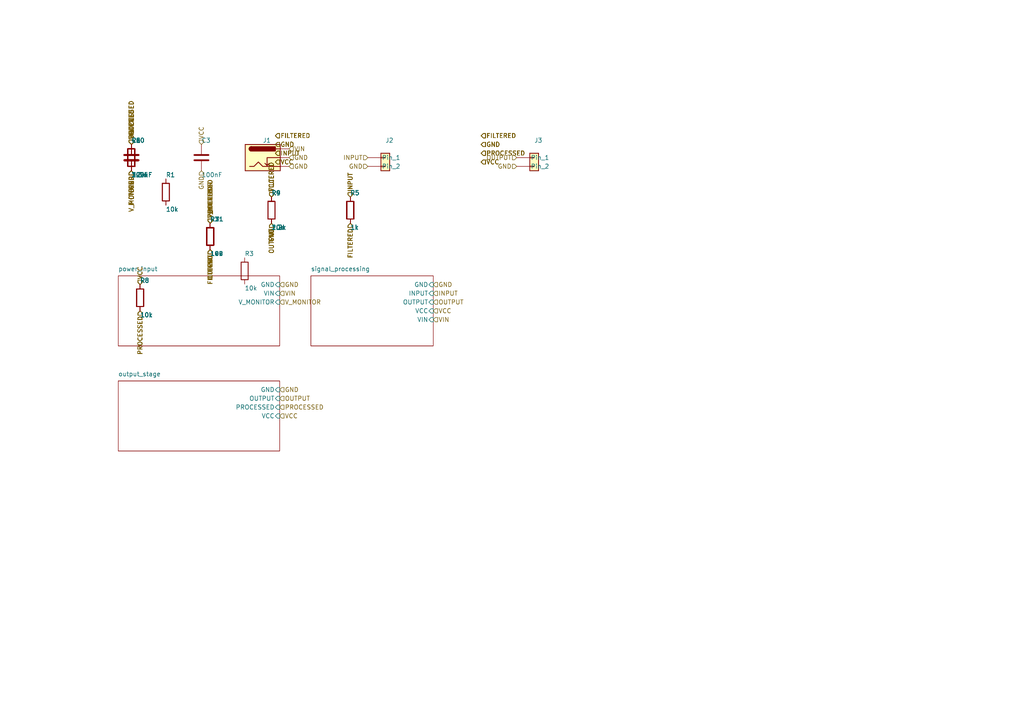
<source format=kicad_sch>
(kicad_sch (version 20250114) (generator "kicad_api") (generator_version "9.0")
  (paper "A4")
  (lib_symbols
    (symbol "Connector:Barrel_Jack_Switch" (pin_numbers hide) (pin_names (offset 0.254))
      (property "Reference" "J" (at 0 0 0))
      (property "Value" "Barrel_Jack_Switch" (at 0 -2.54 0))
      (symbol "Barrel_Jack_Switch_0_1"
        (rectangle (start -5.08 3.81) (end 5.08 -3.81) (stroke (width 0.254)) (fill (type background)))
        (polyline (pts (xy -3.81 -2.54) (xy -2.54 -2.54) (xy -1.27 -1.27) (xy 0.0 -2.54) (xy 2.54 -2.54) (xy 5.08 -2.54)) (stroke (width 0.254)))
        (arc (start -3.302 1.905) (mid -3.9343 2.54) (end -3.302 3.175) (stroke (width 0.254)))
        (arc (start -3.302 1.905) (mid -3.9343 2.54) (end -3.302 3.175) (stroke (width 0.254)) (fill (type outline)))
        (polyline (pts (xy 1.27 -2.286) (xy 1.905 -1.651)) (stroke (width 0.254)))
        (rectangle (start 3.683 3.175) (end -3.302 1.905) (stroke (width 0.254)) (fill (type outline)))
        (polyline (pts (xy 5.08 2.54) (xy 3.81 2.54)) (stroke (width 0.254)))
        (polyline (pts (xy 5.08 0.0) (xy 1.27 0.0) (xy 1.27 -2.286) (xy 0.635 -1.651)) (stroke (width 0.254)))
      )
      (symbol "Barrel_Jack_Switch_1_1"
        (pin passive line (at 7.62 2.54 180.0) (length 2.54) (name ~) (number "1"))
        (pin passive line (at 7.62 0.0 180.0) (length 2.54) (name ~) (number "3"))
        (pin passive line (at 7.62 -2.54 180.0) (length 2.54) (name ~) (number "2"))
      )
    )
    (symbol "Connector_Generic:Conn_01x02" (pin_numbers hide) (pin_names (offset 0.254))
      (property "Reference" "J" (at 0 0 0))
      (property "Value" "Conn_01x02" (at 0 -2.54 0))
      (symbol "Conn_01x02_0_1"
        (rectangle (start -1.27 1.27) (end 1.27 -3.81) (stroke (width 0.254)) (fill (type background)))
        (rectangle (start -1.27 0.127) (end 0.0 -0.127) (stroke (width 0.1524)))
        (rectangle (start -1.27 -2.413) (end 0.0 -2.667) (stroke (width 0.1524)))
      )
      (symbol "Conn_01x02_1_1"
        (pin passive line (at -5.08 0.0 0.0) (length 3.81) (name Pin_1) (number "1"))
        (pin passive line (at -5.08 -2.54 0.0) (length 3.81) (name Pin_2) (number "2"))
      )
    )
    (symbol "Device:C" (pin_numbers hide) (pin_names (offset 0.254))
      (property "Reference" "C" (at 0 0 0))
      (property "Value" "C" (at 0 -2.54 0))
      (symbol "C_0_1"
        (polyline (pts (xy -2.032 0.762) (xy 2.032 0.762)) (stroke (width 0.508)))
        (polyline (pts (xy -2.032 -0.762) (xy 2.032 -0.762)) (stroke (width 0.508)))
      )
      (symbol "C_1_1"
        (pin passive line (at 0.0 3.81 270.0) (length 2.794) (name ~) (number "1"))
        (pin passive line (at 0.0 -3.81 90.0) (length 2.794) (name ~) (number "2"))
      )
    )
    (symbol "Device:R" (pin_numbers hide) (pin_names (offset 0.254))
      (property "Reference" "R" (at 0 0 0))
      (property "Value" "R" (at 0 -2.54 0))
      (symbol "R_0_1"
        (rectangle (start -1.016 -2.54) (end 1.016 2.54) (stroke (width 0.254)))
      )
      (symbol "R_1_1"
        (pin passive line (at 0.0 3.81 270.0) (length 1.27) (name ~) (number "1"))
        (pin passive line (at 0.0 -3.81 90.0) (length 1.27) (name ~) (number "2"))
      )
    )
  )
  (title_block (title main_circuit) (date 2025-08-04) (company Circuit-Synth))
  (symbol (lib_id "Connector:Barrel_Jack_Switch") (at 76.2 45.72 0) (unit 1)
    (property "Reference" "J1" (at 76.2 40.72 0) (effects (justify left)))
    (property "Footprint" "Connector_BarrelJack:BarrelJack_Horizontal" (effects (hide yes)))
  )
  (symbol (lib_id "Connector_Generic:Conn_01x02") (at 111.76 45.72 0) (unit 1)
    (property "Reference" "J2" (at 111.76 40.72 0) (effects (justify left)))
    (property "Footprint" "Connector_PinHeader_2.54mm:PinHeader_1x02_P2.54mm_Vertical" (effects (hide yes)))
  )
  (symbol (lib_id "Connector_Generic:Conn_01x02") (at 154.94 45.72 0) (unit 1)
    (property "Reference" "J3" (at 154.94 40.72 0) (effects (justify left)))
    (property "Footprint" "Connector_PinHeader_2.54mm:PinHeader_1x02_P2.54mm_Vertical" (effects (hide yes)))
  )
  (symbol (lib_id "Device:C") (at 38.1 45.72 0) (unit 1)
    (property "Reference" "C2" (at 38.1 40.72 0) (effects (justify left)))
    (property "Value" "10uF" (at 38.1 50.72 0) (effects (justify left)))
    (property "Footprint" "Capacitor_SMD:C_0805_2012Metric" (effects (hide yes)))
  )
  (symbol (lib_id "Device:C") (at 58.42 45.72 0) (unit 1)
    (property "Reference" "C3" (at 58.42 40.72 0) (effects (justify left)))
    (property "Value" "100nF" (at 58.42 50.72 0) (effects (justify left)))
    (property "Footprint" "Capacitor_SMD:C_0603_1608Metric" (effects (hide yes)))
  )
  (symbol (lib_id "Device:R") (at 38.1 45.72 0) (unit 1) (in_bom no) (on_board no)
    (property "Reference" "R1" (at 38.1 40.72 0) (effects (justify left)))
    (property "Value" "10k" (at 38.1 50.72 0) (effects (justify left)))
    (property "Footprint" "Resistor_SMD:R_0603_1608Metric" (effects (hide yes)))
  )
  (symbol (lib_id "Device:R") (at 60.96 68.58 0) (unit 1) (in_bom no) (on_board no)
    (property "Reference" "R2" (at 60.96 63.58 0) (effects (justify left)))
    (property "Value" "1k" (at 60.96 73.58 0) (effects (justify left)))
    (property "Footprint" "Resistor_SMD:R_0603_1608Metric" (effects (hide yes)))
  )
  (symbol (lib_id "Device:R") (at 78.74 60.96 0) (unit 1) (in_bom no) (on_board no)
    (property "Reference" "R9" (at 78.74 55.96 0) (effects (justify left)))
    (property "Value" "2.2k" (at 78.74 65.96000000000001 0) (effects (justify left)))
    (property "Footprint" "Resistor_SMD:R_0603_1608Metric" (effects (hide yes)))
  )
  (symbol (lib_id "Device:R") (at 38.1 45.72 0) (unit 1) (in_bom no) (on_board no)
    (property "Reference" "R10" (at 38.1 40.72 0) (effects (justify left)))
    (property "Value" "3.3k" (at 38.1 50.72 0) (effects (justify left)))
    (property "Footprint" "Resistor_SMD:R_0603_1608Metric" (effects (hide yes)))
  )
  (symbol (lib_id "Device:R") (at 60.96 68.58 0) (unit 1) (in_bom no) (on_board no)
    (property "Reference" "R11" (at 60.96 63.58 0) (effects (justify left)))
    (property "Value" "100" (at 60.96 73.58 0) (effects (justify left)))
    (property "Footprint" "Resistor_SMD:R_0603_1608Metric" (effects (hide yes)))
  )
  (symbol (lib_id "Device:R") (at 38.1 45.72 0) (unit 1) (in_bom no) (on_board no)
    (property "Reference" "R1" (at 38.1 40.72 0) (effects (justify left)))
    (property "Value" "10k" (at 38.1 50.72 0) (effects (justify left)))
    (property "Footprint" "Resistor_SMD:R_0603_1608Metric" (effects (hide yes)))
  )
  (symbol (lib_id "Device:R") (at 60.96 68.58 0) (unit 1) (in_bom no) (on_board no)
    (property "Reference" "R2" (at 60.96 63.58 0) (effects (justify left)))
    (property "Value" "1k" (at 60.96 73.58 0) (effects (justify left)))
    (property "Footprint" "Resistor_SMD:R_0603_1608Metric" (effects (hide yes)))
  )
  (symbol (lib_id "Device:R") (at 78.74 60.96 0) (unit 1) (in_bom no) (on_board no)
    (property "Reference" "R9" (at 78.74 55.96 0) (effects (justify left)))
    (property "Value" "2.2k" (at 78.74 65.96000000000001 0) (effects (justify left)))
    (property "Footprint" "Resistor_SMD:R_0603_1608Metric" (effects (hide yes)))
  )
  (symbol (lib_id "Device:R") (at 38.1 45.72 0) (unit 1) (in_bom no) (on_board no)
    (property "Reference" "R10" (at 38.1 40.72 0) (effects (justify left)))
    (property "Value" "3.3k" (at 38.1 50.72 0) (effects (justify left)))
    (property "Footprint" "Resistor_SMD:R_0603_1608Metric" (effects (hide yes)))
  )
  (symbol (lib_id "Device:R") (at 60.96 68.58 0) (unit 1) (in_bom no) (on_board no)
    (property "Reference" "R11" (at 60.96 63.58 0) (effects (justify left)))
    (property "Value" "100" (at 60.96 73.58 0) (effects (justify left)))
    (property "Footprint" "Resistor_SMD:R_0603_1608Metric" (effects (hide yes)))
  )
  (symbol (lib_id "Device:R") (at 38.1 45.72 0) (unit 1) (in_bom no) (on_board no)
    (property "Reference" "R1" (at 38.1 40.72 0) (effects (justify left)))
    (property "Value" "10k" (at 38.1 50.72 0) (effects (justify left)))
    (property "Footprint" "Resistor_SMD:R_0603_1608Metric" (effects (hide yes)))
  )
  (symbol (lib_id "Device:R") (at 60.96 68.58 0) (unit 1) (in_bom no) (on_board no)
    (property "Reference" "R2" (at 60.96 63.58 0) (effects (justify left)))
    (property "Value" "1k" (at 60.96 73.58 0) (effects (justify left)))
    (property "Footprint" "Resistor_SMD:R_0603_1608Metric" (effects (hide yes)))
  )
  (symbol (lib_id "Device:R") (at 60.96 68.58 0) (unit 1) (in_bom no) (on_board no)
    (property "Reference" "R3" (at 60.96 63.58 0) (effects (justify left)))
    (property "Value" "10k" (at 60.96 73.58 0) (effects (justify left)))
    (property "Footprint" "Resistor_SMD:R_0603_1608Metric" (effects (hide yes)))
  )
  (symbol (lib_id "Device:R") (at 78.74 60.96 0) (unit 1) (in_bom no) (on_board no)
    (property "Reference" "R4" (at 78.74 55.96 0) (effects (justify left)))
    (property "Value" "10k" (at 78.74 65.96000000000001 0) (effects (justify left)))
    (property "Footprint" "Resistor_SMD:R_0603_1608Metric" (effects (hide yes)))
  )
  (symbol (lib_id "Device:R") (at 101.6 60.96 0) (unit 1) (in_bom no) (on_board no)
    (property "Reference" "R5" (at 101.6 55.96 0) (effects (justify left)))
    (property "Value" "1k" (at 101.6 65.96000000000001 0) (effects (justify left)))
    (property "Footprint" "Resistor_SMD:R_0603_1608Metric" (effects (hide yes)))
  )
  (symbol (lib_id "Device:C") (at 38.1 45.72 0) (unit 1) (in_bom no) (on_board no)
    (property "Reference" "C1" (at 38.1 40.72 0) (effects (justify left)))
    (property "Value" "100nF" (at 38.1 50.72 0) (effects (justify left)))
    (property "Footprint" "Capacitor_SMD:C_0603_1608Metric" (effects (hide yes)))
  )
  (symbol (lib_id "Device:R") (at 38.1 45.72 0) (unit 1) (in_bom no) (on_board no)
    (property "Reference" "R6" (at 38.1 40.72 0) (effects (justify left)))
    (property "Value" "100k" (at 38.1 50.72 0) (effects (justify left)))
    (property "Footprint" "Resistor_SMD:R_0603_1608Metric" (effects (hide yes)))
  )
  (symbol (lib_id "Device:R") (at 60.96 68.58 0) (unit 1) (in_bom no) (on_board no)
    (property "Reference" "R7" (at 60.96 63.58 0) (effects (justify left)))
    (property "Value" "10k" (at 60.96 73.58 0) (effects (justify left)))
    (property "Footprint" "Resistor_SMD:R_0603_1608Metric" (effects (hide yes)))
  )
  (symbol (lib_id "Device:R") (at 40.64 86.36 0) (unit 1) (in_bom no) (on_board no)
    (property "Reference" "R8" (at 40.64 81.36 0) (effects (justify left)))
    (property "Value" "10k" (at 40.64 91.36 0) (effects (justify left)))
    (property "Footprint" "Resistor_SMD:R_0603_1608Metric" (effects (hide yes)))
  )
  (symbol (lib_id "Device:R") (at 78.74 60.96 0) (unit 1) (in_bom no) (on_board no)
    (property "Reference" "R9" (at 78.74 55.96 0) (effects (justify left)))
    (property "Value" "2.2k" (at 78.74 65.96000000000001 0) (effects (justify left)))
    (property "Footprint" "Resistor_SMD:R_0603_1608Metric" (effects (hide yes)))
  )
  (symbol (lib_id "Device:R") (at 38.1 45.72 0) (unit 1) (in_bom no) (on_board no)
    (property "Reference" "R10" (at 38.1 40.72 0) (effects (justify left)))
    (property "Value" "3.3k" (at 38.1 50.72 0) (effects (justify left)))
    (property "Footprint" "Resistor_SMD:R_0603_1608Metric" (effects (hide yes)))
  )
  (symbol (lib_id "Device:R") (at 60.96 68.58 0) (unit 1) (in_bom no) (on_board no)
    (property "Reference" "R11" (at 60.96 63.58 0) (effects (justify left)))
    (property "Value" "100" (at 60.96 73.58 0) (effects (justify left)))
    (property "Footprint" "Resistor_SMD:R_0603_1608Metric" (effects (hide yes)))
  )
  (symbol (lib_id "Device:R") (at 48.1 55.72 0) (unit 1) (in_bom no) (on_board no)
    (property "Reference" "R1" (at 48.1 50.72 0) (effects (justify left)))
    (property "Value" "10k" (at 48.1 60.72 0) (effects (justify left)))
    (property "Footprint" "Resistor_SMD:R_0603_1608Metric" (effects (hide yes)))
  )
  (symbol (lib_id "Device:R") (at 60.96 68.58 0) (unit 1) (in_bom no) (on_board no)
    (property "Reference" "R2" (at 60.96 63.58 0) (effects (justify left)))
    (property "Value" "1k" (at 60.96 73.58 0) (effects (justify left)))
    (property "Footprint" "Resistor_SMD:R_0603_1608Metric" (effects (hide yes)))
  )
  (symbol (lib_id "Device:R") (at 60.96 68.58 0) (unit 1) (in_bom no) (on_board no)
    (property "Reference" "R3" (at 60.96 63.58 0) (effects (justify left)))
    (property "Value" "10k" (at 60.96 73.58 0) (effects (justify left)))
    (property "Footprint" "Resistor_SMD:R_0603_1608Metric" (effects (hide yes)))
  )
  (symbol (lib_id "Device:R") (at 78.74 60.96 0) (unit 1) (in_bom no) (on_board no)
    (property "Reference" "R4" (at 78.74 55.96 0) (effects (justify left)))
    (property "Value" "10k" (at 78.74 65.96000000000001 0) (effects (justify left)))
    (property "Footprint" "Resistor_SMD:R_0603_1608Metric" (effects (hide yes)))
  )
  (symbol (lib_id "Device:R") (at 101.6 60.96 0) (unit 1) (in_bom no) (on_board no)
    (property "Reference" "R5" (at 101.6 55.96 0) (effects (justify left)))
    (property "Value" "1k" (at 101.6 65.96000000000001 0) (effects (justify left)))
    (property "Footprint" "Resistor_SMD:R_0603_1608Metric" (effects (hide yes)))
  )
  (symbol (lib_id "Device:C") (at 38.1 45.72 0) (unit 1) (in_bom no) (on_board no)
    (property "Reference" "C1" (at 38.1 40.72 0) (effects (justify left)))
    (property "Value" "100nF" (at 38.1 50.72 0) (effects (justify left)))
    (property "Footprint" "Capacitor_SMD:C_0603_1608Metric" (effects (hide yes)))
  )
  (symbol (lib_id "Device:R") (at 38.1 45.72 0) (unit 1) (in_bom no) (on_board no)
    (property "Reference" "R6" (at 38.1 40.72 0) (effects (justify left)))
    (property "Value" "100k" (at 38.1 50.72 0) (effects (justify left)))
    (property "Footprint" "Resistor_SMD:R_0603_1608Metric" (effects (hide yes)))
  )
  (symbol (lib_id "Device:R") (at 60.96 68.58 0) (unit 1) (in_bom no) (on_board no)
    (property "Reference" "R7" (at 60.96 63.58 0) (effects (justify left)))
    (property "Value" "10k" (at 60.96 73.58 0) (effects (justify left)))
    (property "Footprint" "Resistor_SMD:R_0603_1608Metric" (effects (hide yes)))
  )
  (symbol (lib_id "Device:R") (at 40.64 86.36 0) (unit 1) (in_bom no) (on_board no)
    (property "Reference" "R8" (at 40.64 81.36 0) (effects (justify left)))
    (property "Value" "10k" (at 40.64 91.36 0) (effects (justify left)))
    (property "Footprint" "Resistor_SMD:R_0603_1608Metric" (effects (hide yes)))
  )
  (symbol (lib_id "Device:R") (at 60.96 68.58 0) (unit 1) (in_bom no) (on_board no)
    (property "Reference" "R3" (at 60.96 63.58 0) (effects (justify left)))
    (property "Value" "10k" (at 60.96 73.58 0) (effects (justify left)))
    (property "Footprint" "Resistor_SMD:R_0603_1608Metric" (effects (hide yes)))
  )
  (symbol (lib_id "Device:R") (at 78.74 60.96 0) (unit 1) (in_bom no) (on_board no)
    (property "Reference" "R4" (at 78.74 55.96 0) (effects (justify left)))
    (property "Value" "10k" (at 78.74 65.96000000000001 0) (effects (justify left)))
    (property "Footprint" "Resistor_SMD:R_0603_1608Metric" (effects (hide yes)))
  )
  (symbol (lib_id "Device:R") (at 101.6 60.96 0) (unit 1) (in_bom no) (on_board no)
    (property "Reference" "R5" (at 101.6 55.96 0) (effects (justify left)))
    (property "Value" "1k" (at 101.6 65.96000000000001 0) (effects (justify left)))
    (property "Footprint" "Resistor_SMD:R_0603_1608Metric" (effects (hide yes)))
  )
  (symbol (lib_id "Device:C") (at 38.1 45.72 0) (unit 1) (in_bom no) (on_board no)
    (property "Reference" "C1" (at 38.1 40.72 0) (effects (justify left)))
    (property "Value" "100nF" (at 38.1 50.72 0) (effects (justify left)))
    (property "Footprint" "Capacitor_SMD:C_0603_1608Metric" (effects (hide yes)))
  )
  (symbol (lib_id "Device:R") (at 38.1 45.72 0) (unit 1) (in_bom no) (on_board no)
    (property "Reference" "R6" (at 38.1 40.72 0) (effects (justify left)))
    (property "Value" "100k" (at 38.1 50.72 0) (effects (justify left)))
    (property "Footprint" "Resistor_SMD:R_0603_1608Metric" (effects (hide yes)))
  )
  (symbol (lib_id "Device:R") (at 60.96 68.58 0) (unit 1) (in_bom no) (on_board no)
    (property "Reference" "R7" (at 60.96 63.58 0) (effects (justify left)))
    (property "Value" "10k" (at 60.96 73.58 0) (effects (justify left)))
    (property "Footprint" "Resistor_SMD:R_0603_1608Metric" (effects (hide yes)))
  )
  (symbol (lib_id "Device:R") (at 40.64 86.36 0) (unit 1) (in_bom no) (on_board no)
    (property "Reference" "R8" (at 40.64 81.36 0) (effects (justify left)))
    (property "Value" "10k" (at 40.64 91.36 0) (effects (justify left)))
    (property "Footprint" "Resistor_SMD:R_0603_1608Metric" (effects (hide yes)))
  )
  (symbol (lib_id "Device:R") (at 78.74 60.96 0) (unit 1) (in_bom no) (on_board no)
    (property "Reference" "R9" (at 78.74 55.96 0) (effects (justify left)))
    (property "Value" "2.2k" (at 78.74 65.96000000000001 0) (effects (justify left)))
    (property "Footprint" "Resistor_SMD:R_0603_1608Metric" (effects (hide yes)))
  )
  (symbol (lib_id "Device:R") (at 38.1 45.72 0) (unit 1) (in_bom no) (on_board no)
    (property "Reference" "R10" (at 38.1 40.72 0) (effects (justify left)))
    (property "Value" "3.3k" (at 38.1 50.72 0) (effects (justify left)))
    (property "Footprint" "Resistor_SMD:R_0603_1608Metric" (effects (hide yes)))
  )
  (symbol (lib_id "Device:R") (at 60.96 68.58 0) (unit 1) (in_bom no) (on_board no)
    (property "Reference" "R11" (at 60.96 63.58 0) (effects (justify left)))
    (property "Value" "100" (at 60.96 73.58 0) (effects (justify left)))
    (property "Footprint" "Resistor_SMD:R_0603_1608Metric" (effects (hide yes)))
  )
  (symbol (lib_id "Device:R") (at 48.1 55.72 0) (unit 1) (in_bom no) (on_board no)
    (property "Reference" "R1" (at 48.1 50.72 0) (effects (justify left)))
    (property "Value" "10k" (at 48.1 60.72 0) (effects (justify left)))
    (property "Footprint" "Resistor_SMD:R_0603_1608Metric" (effects (hide yes)))
  )
  (symbol (lib_id "Device:R") (at 60.96 68.58 0) (unit 1) (in_bom no) (on_board no)
    (property "Reference" "R2" (at 60.96 63.58 0) (effects (justify left)))
    (property "Value" "1k" (at 60.96 73.58 0) (effects (justify left)))
    (property "Footprint" "Resistor_SMD:R_0603_1608Metric" (effects (hide yes)))
  )
  (symbol (lib_id "Device:R") (at 60.96 68.58 0) (unit 1) (in_bom no) (on_board no)
    (property "Reference" "R3" (at 60.96 63.58 0) (effects (justify left)))
    (property "Value" "10k" (at 60.96 73.58 0) (effects (justify left)))
    (property "Footprint" "Resistor_SMD:R_0603_1608Metric" (effects (hide yes)))
  )
  (symbol (lib_id "Device:R") (at 78.74 60.96 0) (unit 1) (in_bom no) (on_board no)
    (property "Reference" "R4" (at 78.74 55.96 0) (effects (justify left)))
    (property "Value" "10k" (at 78.74 65.96000000000001 0) (effects (justify left)))
    (property "Footprint" "Resistor_SMD:R_0603_1608Metric" (effects (hide yes)))
  )
  (symbol (lib_id "Device:R") (at 101.6 60.96 0) (unit 1) (in_bom no) (on_board no)
    (property "Reference" "R5" (at 101.6 55.96 0) (effects (justify left)))
    (property "Value" "1k" (at 101.6 65.96000000000001 0) (effects (justify left)))
    (property "Footprint" "Resistor_SMD:R_0603_1608Metric" (effects (hide yes)))
  )
  (symbol (lib_id "Device:C") (at 38.1 45.72 0) (unit 1) (in_bom no) (on_board no)
    (property "Reference" "C1" (at 38.1 40.72 0) (effects (justify left)))
    (property "Value" "100nF" (at 38.1 50.72 0) (effects (justify left)))
    (property "Footprint" "Capacitor_SMD:C_0603_1608Metric" (effects (hide yes)))
  )
  (symbol (lib_id "Device:R") (at 38.1 45.72 0) (unit 1) (in_bom no) (on_board no)
    (property "Reference" "R6" (at 38.1 40.72 0) (effects (justify left)))
    (property "Value" "100k" (at 38.1 50.72 0) (effects (justify left)))
    (property "Footprint" "Resistor_SMD:R_0603_1608Metric" (effects (hide yes)))
  )
  (symbol (lib_id "Device:R") (at 60.96 68.58 0) (unit 1) (in_bom no) (on_board no)
    (property "Reference" "R7" (at 60.96 63.58 0) (effects (justify left)))
    (property "Value" "10k" (at 60.96 73.58 0) (effects (justify left)))
    (property "Footprint" "Resistor_SMD:R_0603_1608Metric" (effects (hide yes)))
  )
  (symbol (lib_id "Device:R") (at 40.64 86.36 0) (unit 1) (in_bom no) (on_board no)
    (property "Reference" "R8" (at 40.64 81.36 0) (effects (justify left)))
    (property "Value" "10k" (at 40.64 91.36 0) (effects (justify left)))
    (property "Footprint" "Resistor_SMD:R_0603_1608Metric" (effects (hide yes)))
  )
  (symbol (lib_id "Device:R") (at 60.96 68.58 0) (unit 1) (in_bom no) (on_board no)
    (property "Reference" "R3" (at 60.96 63.58 0) (effects (justify left)))
    (property "Value" "10k" (at 60.96 73.58 0) (effects (justify left)))
    (property "Footprint" "Resistor_SMD:R_0603_1608Metric" (effects (hide yes)))
  )
  (symbol (lib_id "Device:R") (at 78.74 60.96 0) (unit 1) (in_bom no) (on_board no)
    (property "Reference" "R4" (at 78.74 55.96 0) (effects (justify left)))
    (property "Value" "10k" (at 78.74 65.96000000000001 0) (effects (justify left)))
    (property "Footprint" "Resistor_SMD:R_0603_1608Metric" (effects (hide yes)))
  )
  (symbol (lib_id "Device:R") (at 101.6 60.96 0) (unit 1) (in_bom no) (on_board no)
    (property "Reference" "R5" (at 101.6 55.96 0) (effects (justify left)))
    (property "Value" "1k" (at 101.6 65.96000000000001 0) (effects (justify left)))
    (property "Footprint" "Resistor_SMD:R_0603_1608Metric" (effects (hide yes)))
  )
  (symbol (lib_id "Device:C") (at 38.1 45.72 0) (unit 1) (in_bom no) (on_board no)
    (property "Reference" "C1" (at 38.1 40.72 0) (effects (justify left)))
    (property "Value" "100nF" (at 38.1 50.72 0) (effects (justify left)))
    (property "Footprint" "Capacitor_SMD:C_0603_1608Metric" (effects (hide yes)))
  )
  (symbol (lib_id "Device:R") (at 38.1 45.72 0) (unit 1) (in_bom no) (on_board no)
    (property "Reference" "R6" (at 38.1 40.72 0) (effects (justify left)))
    (property "Value" "100k" (at 38.1 50.72 0) (effects (justify left)))
    (property "Footprint" "Resistor_SMD:R_0603_1608Metric" (effects (hide yes)))
  )
  (symbol (lib_id "Device:R") (at 60.96 68.58 0) (unit 1) (in_bom no) (on_board no)
    (property "Reference" "R7" (at 60.96 63.58 0) (effects (justify left)))
    (property "Value" "10k" (at 60.96 73.58 0) (effects (justify left)))
    (property "Footprint" "Resistor_SMD:R_0603_1608Metric" (effects (hide yes)))
  )
  (symbol (lib_id "Device:R") (at 40.64 86.36 0) (unit 1) (in_bom no) (on_board no)
    (property "Reference" "R8" (at 40.64 81.36 0) (effects (justify left)))
    (property "Value" "10k" (at 40.64 91.36 0) (effects (justify left)))
    (property "Footprint" "Resistor_SMD:R_0603_1608Metric" (effects (hide yes)))
  )
  (symbol (lib_id "Device:R") (at 70.96 78.58 0) (unit 1) (in_bom no) (on_board no)
    (property "Reference" "R3" (at 70.96 73.58 0) (effects (justify left)))
    (property "Value" "10k" (at 70.96 83.58 0) (effects (justify left)))
    (property "Footprint" "Resistor_SMD:R_0603_1608Metric" (effects (hide yes)))
  )
  (symbol (lib_id "Device:R") (at 78.74 60.96 0) (unit 1) (in_bom no) (on_board no)
    (property "Reference" "R4" (at 78.74 55.96 0) (effects (justify left)))
    (property "Value" "10k" (at 78.74 65.96000000000001 0) (effects (justify left)))
    (property "Footprint" "Resistor_SMD:R_0603_1608Metric" (effects (hide yes)))
  )
  (symbol (lib_id "Device:R") (at 101.6 60.96 0) (unit 1) (in_bom no) (on_board no)
    (property "Reference" "R5" (at 101.6 55.96 0) (effects (justify left)))
    (property "Value" "1k" (at 101.6 65.96000000000001 0) (effects (justify left)))
    (property "Footprint" "Resistor_SMD:R_0603_1608Metric" (effects (hide yes)))
  )
  (symbol (lib_id "Device:C") (at 38.1 45.72 0) (unit 1) (in_bom no) (on_board no)
    (property "Reference" "C1" (at 38.1 40.72 0) (effects (justify left)))
    (property "Value" "100nF" (at 38.1 50.72 0) (effects (justify left)))
    (property "Footprint" "Capacitor_SMD:C_0603_1608Metric" (effects (hide yes)))
  )
  (symbol (lib_id "Device:R") (at 38.1 45.72 0) (unit 1) (in_bom no) (on_board no)
    (property "Reference" "R6" (at 38.1 40.72 0) (effects (justify left)))
    (property "Value" "220k" (at 38.1 50.72 0) (effects (justify left)))
    (property "Footprint" "Resistor_SMD:R_0603_1608Metric" (effects (hide yes)))
  )
  (symbol (lib_id "Device:R") (at 60.96 68.58 0) (unit 1) (in_bom no) (on_board no)
    (property "Reference" "R7" (at 60.96 63.58 0) (effects (justify left)))
    (property "Value" "10k" (at 60.96 73.58 0) (effects (justify left)))
    (property "Footprint" "Resistor_SMD:R_0603_1608Metric" (effects (hide yes)))
  )
  (symbol (lib_id "Device:R") (at 40.64 86.36 0) (unit 1) (in_bom no) (on_board no)
    (property "Reference" "R8" (at 40.64 81.36 0) (effects (justify left)))
    (property "Value" "10k" (at 40.64 91.36 0) (effects (justify left)))
    (property "Footprint" "Resistor_SMD:R_0603_1608Metric" (effects (hide yes)))
  )
  (symbol (lib_id "Device:R") (at 78.74 60.96 0) (unit 1) (in_bom no) (on_board no)
    (property "Reference" "R9" (at 78.74 55.96 0) (effects (justify left)))
    (property "Value" "2.2k" (at 78.74 65.96000000000001 0) (effects (justify left)))
    (property "Footprint" "Resistor_SMD:R_0603_1608Metric" (effects (hide yes)))
  )
  (symbol (lib_id "Device:R") (at 38.1 45.72 0) (unit 1) (in_bom no) (on_board no)
    (property "Reference" "R10" (at 38.1 40.72 0) (effects (justify left)))
    (property "Value" "3.3k" (at 38.1 50.72 0) (effects (justify left)))
    (property "Footprint" "Resistor_SMD:R_0603_1608Metric" (effects (hide yes)))
  )
  (symbol (lib_id "Device:R") (at 60.96 68.58 0) (unit 1) (in_bom no) (on_board no)
    (property "Reference" "R11" (at 60.96 63.58 0) (effects (justify left)))
    (property "Value" "100" (at 60.96 73.58 0) (effects (justify left)))
    (property "Footprint" "Resistor_SMD:R_0603_1608Metric" (effects (hide yes)))
  )
  (hierarchical_label VIN (shape input) (at 83.82000000000001 43.18 0))
  (hierarchical_label GND (shape input) (at 83.82000000000001 45.72 0))
  (hierarchical_label GND (shape input) (at 83.82000000000001 48.26 0))
  (hierarchical_label GND (shape input) (at 106.68 48.26 180))
  (hierarchical_label GND (shape input) (at 149.85999999999999 48.26 180))
  (hierarchical_label GND (shape input) (at 38.1 49.53 270))
  (hierarchical_label GND (shape input) (at 58.42 49.53 270))
  (hierarchical_label INPUT (shape input) (at 106.68 45.72 180))
  (hierarchical_label OUTPUT (shape input) (at 149.85999999999999 45.72 180))
  (hierarchical_label VCC (shape input) (at 38.1 41.91 90))
  (hierarchical_label VCC (shape input) (at 58.42 41.91 90))
  (hierarchical_label GND (shape input) (at 81.12 82.55 0))
  (hierarchical_label VIN (shape input) (at 81.12 85.09 0))
  (hierarchical_label V_MONITOR (shape input) (at 81.12 87.63 0))
  (hierarchical_label GND (shape input) (at 125.67 82.55 0))
  (hierarchical_label INPUT (shape input) (at 125.67 85.09 0))
  (hierarchical_label OUTPUT (shape input) (at 125.67 87.63 0))
  (hierarchical_label VCC (shape input) (at 125.67 90.17 0))
  (hierarchical_label VIN (shape input) (at 125.67 92.71000000000001 0))
  (hierarchical_label GND (shape input) (at 81.12 113.03 0))
  (hierarchical_label OUTPUT (shape input) (at 81.12 115.57000000000001 0))
  (hierarchical_label PROCESSED (shape input) (at 81.12 118.11 0))
  (hierarchical_label VCC (shape input) (at 81.12 120.65 0))
  (hierarchical_label VIN (shape input) (at 38.1 41.91 90))
  (hierarchical_label V_MONITOR (shape input) (at 38.1 49.53 270))
  (hierarchical_label V_MONITOR (shape input) (at 60.96 64.77 90))
  (hierarchical_label GND (shape input) (at 60.96 72.39 270))
  (hierarchical_label FILTERED (shape input) (at 79.85 39.37 0))
  (hierarchical_label GND (shape input) (at 79.85 41.910000000000004 0))
  (hierarchical_label INPUT (shape input) (at 79.85 44.45 0))
  (hierarchical_label VCC (shape input) (at 79.85 46.99 0))
  (hierarchical_label FILTERED (shape input) (at 139.54000000000002 39.37 0))
  (hierarchical_label GND (shape input) (at 139.54000000000002 41.910000000000004 0))
  (hierarchical_label PROCESSED (shape input) (at 139.54000000000002 44.45 0))
  (hierarchical_label VCC (shape input) (at 139.54000000000002 46.99 0))
  (hierarchical_label VCC (shape input) (at 78.74 57.15 90))
  (hierarchical_label OUTPUT (shape input) (at 78.74 64.77 270))
  (hierarchical_label OUTPUT (shape input) (at 38.1 41.91 90))
  (hierarchical_label OUTPUT (shape input) (at 60.96 72.39 270))
  (hierarchical_label GND (shape input) (at 38.1 49.53 270))
  (hierarchical_label PROCESSED (shape input) (at 60.96 64.77 90))
  (hierarchical_label VIN (shape input) (at 38.1 41.91 90))
  (hierarchical_label V_MONITOR (shape input) (at 38.1 49.53 270))
  (hierarchical_label V_MONITOR (shape input) (at 60.96 64.77 90))
  (hierarchical_label GND (shape input) (at 60.96 72.39 270))
  (hierarchical_label FILTERED (shape input) (at 79.85 39.37 0))
  (hierarchical_label GND (shape input) (at 79.85 41.910000000000004 0))
  (hierarchical_label INPUT (shape input) (at 79.85 44.45 0))
  (hierarchical_label VCC (shape input) (at 79.85 46.99 0))
  (hierarchical_label FILTERED (shape input) (at 139.54000000000002 39.37 0))
  (hierarchical_label GND (shape input) (at 139.54000000000002 41.910000000000004 0))
  (hierarchical_label PROCESSED (shape input) (at 139.54000000000002 44.45 0))
  (hierarchical_label VCC (shape input) (at 139.54000000000002 46.99 0))
  (hierarchical_label VCC (shape input) (at 78.74 57.15 90))
  (hierarchical_label OUTPUT (shape input) (at 78.74 64.77 270))
  (hierarchical_label OUTPUT (shape input) (at 38.1 41.91 90))
  (hierarchical_label OUTPUT (shape input) (at 60.96 72.39 270))
  (hierarchical_label GND (shape input) (at 38.1 49.53 270))
  (hierarchical_label PROCESSED (shape input) (at 60.96 64.77 90))
  (hierarchical_label VIN (shape input) (at 38.1 41.91 90))
  (hierarchical_label V_MONITOR (shape input) (at 38.1 49.53 270))
  (hierarchical_label V_MONITOR (shape input) (at 60.96 64.77 90))
  (hierarchical_label GND (shape input) (at 60.96 72.39 270))
  (hierarchical_label FILTERED (shape input) (at 79.85 39.37 0))
  (hierarchical_label GND (shape input) (at 79.85 41.910000000000004 0))
  (hierarchical_label INPUT (shape input) (at 79.85 44.45 0))
  (hierarchical_label VCC (shape input) (at 79.85 46.99 0))
  (hierarchical_label FILTERED (shape input) (at 139.54000000000002 39.37 0))
  (hierarchical_label GND (shape input) (at 139.54000000000002 41.910000000000004 0))
  (hierarchical_label PROCESSED (shape input) (at 139.54000000000002 44.45 0))
  (hierarchical_label VCC (shape input) (at 139.54000000000002 46.99 0))
  (hierarchical_label VCC (shape input) (at 60.96 64.77 90))
  (hierarchical_label FILTERED (shape input) (at 60.96 72.39 270))
  (hierarchical_label FILTERED (shape input) (at 78.74 57.15 90))
  (hierarchical_label FILTERED (shape input) (at 101.6 64.77 270))
  (hierarchical_label FILTERED (shape input) (at 38.1 41.91 90))
  (hierarchical_label GND (shape input) (at 78.74 64.77 270))
  (hierarchical_label GND (shape input) (at 38.1 49.53 270))
  (hierarchical_label INPUT (shape input) (at 101.6 57.15 90))
  (hierarchical_label PROCESSED (shape input) (at 38.1 41.91 90))
  (hierarchical_label PROCESSED (shape input) (at 40.64 90.17 270))
  (hierarchical_label FILTERED (shape input) (at 38.1 49.53 270))
  (hierarchical_label FILTERED (shape input) (at 60.96 64.77 90))
  (hierarchical_label GND (shape input) (at 60.96 72.39 270))
  (hierarchical_label VCC (shape input) (at 40.64 82.55 90))
  (hierarchical_label VCC (shape input) (at 78.74 57.15 90))
  (hierarchical_label OUTPUT (shape input) (at 78.74 64.77 270))
  (hierarchical_label OUTPUT (shape input) (at 38.1 41.91 90))
  (hierarchical_label OUTPUT (shape input) (at 60.96 72.39 270))
  (hierarchical_label GND (shape input) (at 38.1 49.53 270))
  (hierarchical_label PROCESSED (shape input) (at 60.96 64.77 90))
  (hierarchical_label VIN (shape input) (at 38.1 41.91 90))
  (hierarchical_label V_MONITOR (shape input) (at 38.1 49.53 270))
  (hierarchical_label V_MONITOR (shape input) (at 60.96 64.77 90))
  (hierarchical_label GND (shape input) (at 60.96 72.39 270))
  (hierarchical_label FILTERED (shape input) (at 79.85 39.37 0))
  (hierarchical_label GND (shape input) (at 79.85 41.910000000000004 0))
  (hierarchical_label INPUT (shape input) (at 79.85 44.45 0))
  (hierarchical_label VCC (shape input) (at 79.85 46.99 0))
  (hierarchical_label FILTERED (shape input) (at 139.54000000000002 39.37 0))
  (hierarchical_label GND (shape input) (at 139.54000000000002 41.910000000000004 0))
  (hierarchical_label PROCESSED (shape input) (at 139.54000000000002 44.45 0))
  (hierarchical_label VCC (shape input) (at 139.54000000000002 46.99 0))
  (hierarchical_label VCC (shape input) (at 60.96 64.77 90))
  (hierarchical_label FILTERED (shape input) (at 60.96 72.39 270))
  (hierarchical_label FILTERED (shape input) (at 78.74 57.15 90))
  (hierarchical_label FILTERED (shape input) (at 101.6 64.77 270))
  (hierarchical_label FILTERED (shape input) (at 38.1 41.91 90))
  (hierarchical_label GND (shape input) (at 78.74 64.77 270))
  (hierarchical_label GND (shape input) (at 38.1 49.53 270))
  (hierarchical_label INPUT (shape input) (at 101.6 57.15 90))
  (hierarchical_label PROCESSED (shape input) (at 38.1 41.91 90))
  (hierarchical_label PROCESSED (shape input) (at 40.64 90.17 270))
  (hierarchical_label FILTERED (shape input) (at 38.1 49.53 270))
  (hierarchical_label FILTERED (shape input) (at 60.96 64.77 90))
  (hierarchical_label GND (shape input) (at 60.96 72.39 270))
  (hierarchical_label VCC (shape input) (at 40.64 82.55 90))
  (hierarchical_label VCC (shape input) (at 60.96 64.77 90))
  (hierarchical_label FILTERED (shape input) (at 60.96 72.39 270))
  (hierarchical_label FILTERED (shape input) (at 78.74 57.15 90))
  (hierarchical_label FILTERED (shape input) (at 101.6 64.77 270))
  (hierarchical_label FILTERED (shape input) (at 38.1 41.91 90))
  (hierarchical_label GND (shape input) (at 78.74 64.77 270))
  (hierarchical_label GND (shape input) (at 38.1 49.53 270))
  (hierarchical_label INPUT (shape input) (at 101.6 57.15 90))
  (hierarchical_label PROCESSED (shape input) (at 38.1 41.91 90))
  (hierarchical_label PROCESSED (shape input) (at 40.64 90.17 270))
  (hierarchical_label FILTERED (shape input) (at 38.1 49.53 270))
  (hierarchical_label FILTERED (shape input) (at 60.96 64.77 90))
  (hierarchical_label GND (shape input) (at 60.96 72.39 270))
  (hierarchical_label VCC (shape input) (at 40.64 82.55 90))
  (hierarchical_label VCC (shape input) (at 78.74 57.15 90))
  (hierarchical_label OUTPUT (shape input) (at 78.74 64.77 270))
  (hierarchical_label OUTPUT (shape input) (at 38.1 41.91 90))
  (hierarchical_label OUTPUT (shape input) (at 60.96 72.39 270))
  (hierarchical_label GND (shape input) (at 38.1 49.53 270))
  (hierarchical_label PROCESSED (shape input) (at 60.96 64.77 90))
  (hierarchical_label VIN (shape input) (at 38.1 41.91 90))
  (hierarchical_label V_MONITOR (shape input) (at 38.1 49.53 270))
  (hierarchical_label V_MONITOR (shape input) (at 60.96 64.77 90))
  (hierarchical_label GND (shape input) (at 60.96 72.39 270))
  (hierarchical_label FILTERED (shape input) (at 79.85 39.37 0))
  (hierarchical_label GND (shape input) (at 79.85 41.910000000000004 0))
  (hierarchical_label INPUT (shape input) (at 79.85 44.45 0))
  (hierarchical_label VCC (shape input) (at 79.85 46.99 0))
  (hierarchical_label FILTERED (shape input) (at 139.54000000000002 39.37 0))
  (hierarchical_label GND (shape input) (at 139.54000000000002 41.910000000000004 0))
  (hierarchical_label PROCESSED (shape input) (at 139.54000000000002 44.45 0))
  (hierarchical_label VCC (shape input) (at 139.54000000000002 46.99 0))
  (hierarchical_label VCC (shape input) (at 60.96 64.77 90))
  (hierarchical_label FILTERED (shape input) (at 60.96 72.39 270))
  (hierarchical_label FILTERED (shape input) (at 78.74 57.15 90))
  (hierarchical_label FILTERED (shape input) (at 101.6 64.77 270))
  (hierarchical_label FILTERED (shape input) (at 38.1 41.91 90))
  (hierarchical_label GND (shape input) (at 78.74 64.77 270))
  (hierarchical_label GND (shape input) (at 38.1 49.53 270))
  (hierarchical_label INPUT (shape input) (at 101.6 57.15 90))
  (hierarchical_label PROCESSED (shape input) (at 38.1 41.91 90))
  (hierarchical_label PROCESSED (shape input) (at 40.64 90.17 270))
  (hierarchical_label FILTERED (shape input) (at 38.1 49.53 270))
  (hierarchical_label FILTERED (shape input) (at 60.96 64.77 90))
  (hierarchical_label GND (shape input) (at 60.96 72.39 270))
  (hierarchical_label VCC (shape input) (at 40.64 82.55 90))
  (hierarchical_label VCC (shape input) (at 60.96 64.77 90))
  (hierarchical_label FILTERED (shape input) (at 60.96 72.39 270))
  (hierarchical_label FILTERED (shape input) (at 78.74 57.15 90))
  (hierarchical_label FILTERED (shape input) (at 101.6 64.77 270))
  (hierarchical_label FILTERED (shape input) (at 38.1 41.91 90))
  (hierarchical_label GND (shape input) (at 78.74 64.77 270))
  (hierarchical_label GND (shape input) (at 38.1 49.53 270))
  (hierarchical_label INPUT (shape input) (at 101.6 57.15 90))
  (hierarchical_label PROCESSED (shape input) (at 38.1 41.91 90))
  (hierarchical_label PROCESSED (shape input) (at 40.64 90.17 270))
  (hierarchical_label FILTERED (shape input) (at 38.1 49.53 270))
  (hierarchical_label FILTERED (shape input) (at 60.96 64.77 90))
  (hierarchical_label GND (shape input) (at 60.96 72.39 270))
  (hierarchical_label VCC (shape input) (at 40.64 82.55 90))
  (hierarchical_label VCC (shape input) (at 60.96 64.77 90))
  (hierarchical_label FILTERED (shape input) (at 60.96 72.39 270))
  (hierarchical_label FILTERED (shape input) (at 78.74 57.15 90))
  (hierarchical_label FILTERED (shape input) (at 101.6 64.77 270))
  (hierarchical_label FILTERED (shape input) (at 38.1 41.91 90))
  (hierarchical_label GND (shape input) (at 78.74 64.77 270))
  (hierarchical_label GND (shape input) (at 38.1 49.53 270))
  (hierarchical_label INPUT (shape input) (at 101.6 57.15 90))
  (hierarchical_label PROCESSED (shape input) (at 38.1 41.91 90))
  (hierarchical_label PROCESSED (shape input) (at 40.64 90.17 270))
  (hierarchical_label FILTERED (shape input) (at 38.1 49.53 270))
  (hierarchical_label FILTERED (shape input) (at 60.96 64.77 90))
  (hierarchical_label GND (shape input) (at 60.96 72.39 270))
  (hierarchical_label VCC (shape input) (at 40.64 82.55 90))
  (hierarchical_label VCC (shape input) (at 78.74 57.15 90))
  (hierarchical_label OUTPUT (shape input) (at 78.74 64.77 270))
  (hierarchical_label OUTPUT (shape input) (at 38.1 41.91 90))
  (hierarchical_label OUTPUT (shape input) (at 60.96 72.39 270))
  (hierarchical_label GND (shape input) (at 38.1 49.53 270))
  (hierarchical_label PROCESSED (shape input) (at 60.96 64.77 90))
  (sheet (at 34.29 80.01) (size 46.83 20.32) (stroke (width 0.12)) (fill (color 0 0 0 0.0))
    (property "Sheetname" "power_input" (at 34.29 78.74000000000001 0) (effects (justify left bottom)))
    (property "Sheetfile" "power_input.kicad_sch" (effects (hide yes)))
    (pin GND input (at 79.85000000000001 82.55 0))
    (pin VIN input (at 79.85000000000001 85.09 0))
    (pin V_MONITOR input (at 79.85000000000001 87.63 0))
  )
  (sheet (at 90.17 80.01) (size 35.5 20.32) (stroke (width 0.12)) (fill (color 0 0 0 0.0))
    (property "Sheetname" "signal_processing" (at 90.17 78.74000000000001 0) (effects (justify left bottom)))
    (property "Sheetfile" "signal_processing.kicad_sch" (effects (hide yes)))
    (pin GND input (at 124.4 82.55 0))
    (pin INPUT input (at 124.4 85.09 0))
    (pin OUTPUT input (at 124.4 87.63 0))
    (pin VCC input (at 124.4 90.17 0))
    (pin VIN input (at 124.4 92.71000000000001 0))
  )
  (sheet (at 34.29 110.49) (size 46.83 20.32) (stroke (width 0.12)) (fill (color 0 0 0 0.0))
    (property "Sheetname" "output_stage" (at 34.29 109.22 0) (effects (justify left bottom)))
    (property "Sheetfile" "output_stage.kicad_sch" (effects (hide yes)))
    (pin GND input (at 79.85000000000001 113.03 0))
    (pin OUTPUT input (at 79.85000000000001 115.57000000000001 0))
    (pin PROCESSED input (at 79.85000000000001 118.11 0))
    (pin VCC input (at 79.85000000000001 120.65 0))
  )
)
</source>
